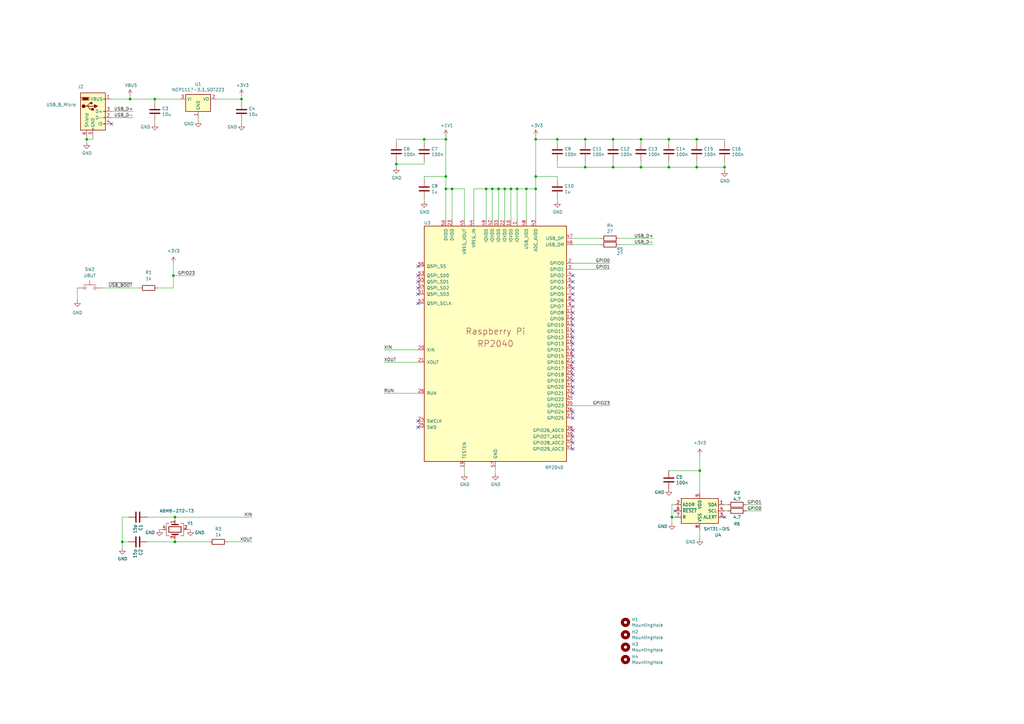
<source format=kicad_sch>
(kicad_sch (version 20231120) (generator "eeschema") (generator_version "8.0")
  (paper "A3")
  (lib_symbols
    (symbol "+3V3_1" (power) (pin_numbers hide) (pin_names (offset 0) hide)
      (property "Value" "+3V3" (at 0 3.556 0))
      (symbol "+3V3_1_0_1"
        (polyline (pts (xy -0.762 1.27) (xy 0 2.54)))
        (polyline (pts (xy 0 0) (xy 0 2.54)))
        (polyline (pts (xy 0 2.54) (xy 0.762 1.27)))
      )
      (symbol "+3V3_1_1_1"
        (pin power_in line (at 0 0 90) (length 0) (name "~") (number "1"))
      )
    )
    (symbol "+3V3_2" (power) (pin_numbers hide) (pin_names (offset 0) hide)
      (property "Value" "+3V3" (at 0 3.556 0))
      (symbol "+3V3_2_0_1"
        (polyline (pts (xy -0.762 1.27) (xy 0 2.54)))
        (polyline (pts (xy 0 0) (xy 0 2.54)))
        (polyline (pts (xy 0 2.54) (xy 0.762 1.27)))
      )
      (symbol "+3V3_2_1_1"
        (pin power_in line (at 0 0 90) (length 0) (name "~") (number "1"))
      )
    )
    (symbol "Connector:USB_B_Micro" (pin_names (offset 1.016))
      (property "Reference" "J" (at -5.08 11.43 0))
      (property "Value" "USB_B_Micro" (at -5.08 8.89 0))
      (symbol "USB_B_Micro_0_1"
        (rectangle (start -5.08 -7.62) (end 5.08 7.62) (stroke (width 0.254)) (fill (type background)))
        (circle (center -3.81 2.159) (radius 0.635) (stroke (width 0.254)) (fill (type outline)))
        (circle (center -0.635 3.429) (radius 0.381) (stroke (width 0.254)) (fill (type outline)))
        (rectangle (start -0.127 -7.62) (end 0.127 -6.858))
        (polyline (pts (xy -1.905 2.159) (xy 0.635 2.159)) (stroke (width 0.254)))
        (polyline (pts (xy -3.175 2.159) (xy -2.54 2.159) (xy -1.27 3.429) (xy -0.635 3.429)) (stroke (width 0.254)))
        (polyline (pts (xy -2.54 2.159) (xy -1.905 2.159) (xy -1.27 0.889) (xy 0 0.889)) (stroke (width 0.254)))
        (polyline (pts (xy 0.635 2.794) (xy 0.635 1.524) (xy 1.905 2.159) (xy 0.635 2.794)) (stroke (width 0.254)) (fill (type outline)))
        (polyline (pts (xy -4.318 5.588) (xy -1.778 5.588) (xy -2.032 4.826) (xy -4.064 4.826) (xy -4.318 5.588)) (fill (type outline)))
        (polyline (pts (xy -4.699 5.842) (xy -4.699 5.588) (xy -4.445 4.826) (xy -4.445 4.572) (xy -1.651 4.572) (xy -1.651 4.826) (xy -1.397 5.588) (xy -1.397 5.842) (xy -4.699 5.842)))
        (rectangle (start 0.254 1.27) (end -0.508 0.508) (stroke (width 0.254)) (fill (type outline)))
        (rectangle (start 5.08 -5.207) (end 4.318 -4.953))
        (rectangle (start 5.08 -2.667) (end 4.318 -2.413))
        (rectangle (start 5.08 -0.127) (end 4.318 0.127))
        (rectangle (start 5.08 4.953) (end 4.318 5.207))
      )
      (symbol "USB_B_Micro_1_1"
        (pin power_out line (at 7.62 5.08 180) (length 2.54) (name "VBUS") (number "1"))
        (pin bidirectional line (at 7.62 -2.54 180) (length 2.54) (name "D-") (number "2"))
        (pin bidirectional line (at 7.62 0 180) (length 2.54) (name "D+") (number "3"))
        (pin passive line (at 7.62 -5.08 180) (length 2.54) (name "ID") (number "4"))
        (pin power_out line (at 0 -10.16 90) (length 2.54) (name "GND") (number "5"))
        (pin passive line (at -2.54 -10.16 90) (length 2.54) (name "Shield") (number "6"))
      )
    )
    (symbol "Device:C" (pin_numbers hide) (pin_names (offset 0.254))
      (property "Reference" "C" (at 0.635 2.54 0))
      (property "Value" "C" (at 0.635 -2.54 0))
      (symbol "C_0_1"
        (polyline (pts (xy -2.032 -0.762) (xy 2.032 -0.762)) (stroke (width 0.508)))
        (polyline (pts (xy -2.032 0.762) (xy 2.032 0.762)) (stroke (width 0.508)))
      )
      (symbol "C_1_1"
        (pin passive line (at 0 3.81 270) (length 2.794) (name "~") (number "1"))
        (pin passive line (at 0 -3.81 90) (length 2.794) (name "~") (number "2"))
      )
    )
    (symbol "Device:Crystal_GND24" (pin_names (offset 1.016) hide)
      (property "Reference" "Y" (at 3.175 5.08 0))
      (property "Value" "Crystal_GND24" (at 3.175 3.175 0))
      (symbol "Crystal_GND24_0_1"
        (rectangle (start -1.143 2.54) (end 1.143 -2.54) (stroke (width 0.3048)))
        (polyline (pts (xy -2.54 0) (xy -2.032 0)))
        (polyline (pts (xy -2.032 -1.27) (xy -2.032 1.27)) (stroke (width 0.508)))
        (polyline (pts (xy 0 -3.81) (xy 0 -3.556)))
        (polyline (pts (xy 0 3.556) (xy 0 3.81)))
        (polyline (pts (xy 2.032 -1.27) (xy 2.032 1.27)) (stroke (width 0.508)))
        (polyline (pts (xy 2.032 0) (xy 2.54 0)))
        (polyline (pts (xy -2.54 -2.286) (xy -2.54 -3.556) (xy 2.54 -3.556) (xy 2.54 -2.286)))
        (polyline (pts (xy -2.54 2.286) (xy -2.54 3.556) (xy 2.54 3.556) (xy 2.54 2.286)))
      )
      (symbol "Crystal_GND24_1_1"
        (pin passive line (at -3.81 0 0) (length 1.27) (name "1") (number "1"))
        (pin passive line (at 0 5.08 270) (length 1.27) (name "2") (number "2"))
        (pin passive line (at 3.81 0 180) (length 1.27) (name "3") (number "3"))
        (pin passive line (at 0 -5.08 90) (length 1.27) (name "4") (number "4"))
      )
    )
    (symbol "Device:R" (pin_numbers hide) (pin_names (offset 0))
      (property "Reference" "R" (at 2.032 0 90))
      (property "Value" "R" (at 0 0 90))
      (symbol "R_0_1"
        (rectangle (start -1.016 -2.54) (end 1.016 2.54) (stroke (width 0.254)))
      )
      (symbol "R_1_1"
        (pin passive line (at 0 3.81 270) (length 1.27) (name "~") (number "1"))
        (pin passive line (at 0 -3.81 90) (length 1.27) (name "~") (number "2"))
      )
    )
    (symbol "GND_1" (power) (pin_numbers hide) (pin_names (offset 0) hide)
      (property "Value" "GND" (at 0 -3.81 0))
      (symbol "GND_1_0_1"
        (polyline (pts (xy 0 0) (xy 0 -1.27) (xy 1.27 -1.27) (xy 0 -2.54) (xy -1.27 -1.27) (xy 0 -1.27)))
      )
      (symbol "GND_1_1_1"
        (pin power_in line (at 0 0 270) (length 0) (name "~") (number "1"))
      )
    )
    (symbol "MCU_RaspberryPi_RP2040:RP2040" (pin_names (offset 1.016))
      (property "Reference" "U" (at -29.21 49.53 0))
      (property "Value" "RP2040" (at 24.13 -49.53 0))
      (symbol "RP2040_0_0"
        (text "Raspberry Pi" (at 0 5.08 0) (effects (font (size 2.54 2.54))))
        (text "RP2040" (at 0 0 0) (effects (font (size 2.54 2.54))))
      )
      (symbol "RP2040_0_1"
        (rectangle (start 29.21 48.26) (end -29.21 -48.26) (stroke (width 0.254)) (fill (type background)))
      )
      (symbol "RP2040_1_1"
        (pin power_in line (at 8.89 50.8 270) (length 2.54) (name "IOVDD") (number "1"))
        (pin power_in line (at 6.35 50.8 270) (length 2.54) (name "IOVDD") (number "10"))
        (pin bidirectional line (at 31.75 12.7 180) (length 2.54) (name "GPIO8") (number "11"))
        (pin bidirectional line (at 31.75 10.16 180) (length 2.54) (name "GPIO9") (number "12"))
        (pin bidirectional line (at 31.75 7.62 180) (length 2.54) (name "GPIO10") (number "13"))
        (pin bidirectional line (at 31.75 5.08 180) (length 2.54) (name "GPIO11") (number "14"))
        (pin bidirectional line (at 31.75 2.54 180) (length 2.54) (name "GPIO12") (number "15"))
        (pin bidirectional line (at 31.75 0 180) (length 2.54) (name "GPIO13") (number "16"))
        (pin bidirectional line (at 31.75 -2.54 180) (length 2.54) (name "GPIO14") (number "17"))
        (pin bidirectional line (at 31.75 -5.08 180) (length 2.54) (name "GPIO15") (number "18"))
        (pin passive line (at -12.7 -50.8 90) (length 2.54) (name "TESTEN") (number "19"))
        (pin bidirectional line (at 31.75 33.02 180) (length 2.54) (name "GPIO0") (number "2"))
        (pin input line (at -31.75 -2.54 0) (length 2.54) (name "XIN") (number "20"))
        (pin passive line (at -31.75 -7.62 0) (length 2.54) (name "XOUT") (number "21"))
        (pin power_in line (at 3.81 50.8 270) (length 2.54) (name "IOVDD") (number "22"))
        (pin power_in line (at -17.78 50.8 270) (length 2.54) (name "DVDD") (number "23"))
        (pin output line (at -31.75 -31.75 0) (length 2.54) (name "SWCLK") (number "24"))
        (pin bidirectional line (at -31.75 -34.29 0) (length 2.54) (name "SWD") (number "25"))
        (pin input line (at -31.75 -20.32 0) (length 2.54) (name "RUN") (number "26"))
        (pin bidirectional line (at 31.75 -7.62 180) (length 2.54) (name "GPIO16") (number "27"))
        (pin bidirectional line (at 31.75 -10.16 180) (length 2.54) (name "GPIO17") (number "28"))
        (pin bidirectional line (at 31.75 -12.7 180) (length 2.54) (name "GPIO18") (number "29"))
        (pin bidirectional line (at 31.75 30.48 180) (length 2.54) (name "GPIO1") (number "3"))
        (pin bidirectional line (at 31.75 -15.24 180) (length 2.54) (name "GPIO19") (number "30"))
        (pin bidirectional line (at 31.75 -17.78 180) (length 2.54) (name "GPIO20") (number "31"))
        (pin bidirectional line (at 31.75 -20.32 180) (length 2.54) (name "GPIO21") (number "32"))
        (pin power_in line (at 1.27 50.8 270) (length 2.54) (name "IOVDD") (number "33"))
        (pin bidirectional line (at 31.75 -22.86 180) (length 2.54) (name "GPIO22") (number "34"))
        (pin bidirectional line (at 31.75 -25.4 180) (length 2.54) (name "GPIO23") (number "35"))
        (pin bidirectional line (at 31.75 -27.94 180) (length 2.54) (name "GPIO24") (number "36"))
        (pin bidirectional line (at 31.75 -30.48 180) (length 2.54) (name "GPIO25") (number "37"))
        (pin bidirectional line (at 31.75 -35.56 180) (length 2.54) (name "GPIO26_ADC0") (number "38"))
        (pin bidirectional line (at 31.75 -38.1 180) (length 2.54) (name "GPIO27_ADC1") (number "39"))
        (pin bidirectional line (at 31.75 27.94 180) (length 2.54) (name "GPIO2") (number "4"))
        (pin bidirectional line (at 31.75 -40.64 180) (length 2.54) (name "GPIO28_ADC2") (number "40"))
        (pin bidirectional line (at 31.75 -43.18 180) (length 2.54) (name "GPIO29_ADC3") (number "41"))
        (pin power_in line (at -1.27 50.8 270) (length 2.54) (name "IOVDD") (number "42"))
        (pin power_in line (at 16.51 50.8 270) (length 2.54) (name "ADC_AVDD") (number "43"))
        (pin power_in line (at -8.89 50.8 270) (length 2.54) (name "VREG_IN") (number "44"))
        (pin power_out line (at -12.7 50.8 270) (length 2.54) (name "VREG_VOUT") (number "45"))
        (pin bidirectional line (at 31.75 40.64 180) (length 2.54) (name "USB_DM") (number "46"))
        (pin bidirectional line (at 31.75 43.18 180) (length 2.54) (name "USB_DP") (number "47"))
        (pin power_in line (at 12.7 50.8 270) (length 2.54) (name "USB_VDD") (number "48"))
        (pin power_in line (at -3.81 50.8 270) (length 2.54) (name "IOVDD") (number "49"))
        (pin bidirectional line (at 31.75 25.4 180) (length 2.54) (name "GPIO3") (number "5"))
        (pin power_in line (at -20.32 50.8 270) (length 2.54) (name "DVDD") (number "50"))
        (pin bidirectional line (at -31.75 20.32 0) (length 2.54) (name "QSPI_SD3") (number "51"))
        (pin output line (at -31.75 16.51 0) (length 2.54) (name "QSPI_SCLK") (number "52"))
        (pin bidirectional line (at -31.75 27.94 0) (length 2.54) (name "QSPI_SD0") (number "53"))
        (pin bidirectional line (at -31.75 22.86 0) (length 2.54) (name "QSPI_SD2") (number "54"))
        (pin bidirectional line (at -31.75 25.4 0) (length 2.54) (name "QSPI_SD1") (number "55"))
        (pin bidirectional line (at -31.75 31.75 0) (length 2.54) (name "QSPI_SS") (number "56"))
        (pin power_in line (at 0 -50.8 90) (length 2.54) (name "GND") (number "57"))
        (pin bidirectional line (at 31.75 22.86 180) (length 2.54) (name "GPIO4") (number "6"))
        (pin bidirectional line (at 31.75 20.32 180) (length 2.54) (name "GPIO5") (number "7"))
        (pin bidirectional line (at 31.75 17.78 180) (length 2.54) (name "GPIO6") (number "8"))
        (pin bidirectional line (at 31.75 15.24 180) (length 2.54) (name "GPIO7") (number "9"))
      )
    )
    (symbol "Mechanical:MountingHole" (pin_names (offset 1.016))
      (property "Reference" "H" (at 0 5.08 0))
      (property "Value" "MountingHole" (at 0 3.175 0))
      (symbol "MountingHole_0_1"
        (circle (center 0 0) (radius 1.27) (stroke (width 1.27)))
      )
    )
    (symbol "Regulator_Linear:NCP1117-3.3_SOT223"
      (property "Reference" "U" (at -3.81 3.175 0))
      (property "Value" "NCP1117-3.3_SOT223" (at 0 3.175 0))
      (symbol "NCP1117-3.3_SOT223_0_1"
        (rectangle (start -5.08 -5.08) (end 5.08 1.905) (stroke (width 0.254)) (fill (type background)))
      )
      (symbol "NCP1117-3.3_SOT223_1_1"
        (pin power_in line (at 0 -7.62 90) (length 2.54) (name "GND") (number "1"))
        (pin power_out line (at 7.62 0 180) (length 2.54) (name "VO") (number "2"))
        (pin power_in line (at -7.62 0 0) (length 2.54) (name "VI") (number "3"))
      )
    )
    (symbol "Sensor_Humidity:SHT31-DIS"
      (property "Reference" "U" (at -6.35 6.35 0))
      (property "Value" "SHT31-DIS" (at 6.35 6.35 0))
      (symbol "SHT31-DIS_0_1"
        (rectangle (start -7.62 5.08) (end 7.62 -5.08) (stroke (width 0.254)) (fill (type background)))
      )
      (symbol "SHT31-DIS_1_1"
        (pin bidirectional line (at 10.16 2.54 180) (length 2.54) (name "SDA") (number "1"))
        (pin input line (at -10.16 2.54 0) (length 2.54) (name "ADDR") (number "2"))
        (pin output line (at 10.16 -2.54 180) (length 2.54) (name "ALERT") (number "3"))
        (pin input line (at 10.16 0 180) (length 2.54) (name "SCL") (number "4"))
        (pin power_in line (at 0 7.62 270) (length 2.54) (name "VDD") (number "5"))
        (pin input line (at -10.16 0 0) (length 2.54) (name "~{RESET}") (number "6"))
        (pin passive line (at -10.16 -2.54 0) (length 2.54) (name "R") (number "7"))
        (pin power_in line (at 0 -7.62 90) (length 2.54) (name "VSS") (number "8"))
        (pin passive line (at 0 -7.62 90) (length 2.54) hide (name "VSS") (number "9"))
      )
    )
    (symbol "Switch:SW_Push" (pin_numbers hide) (pin_names (offset 1.016) hide)
      (property "Reference" "SW" (at 1.27 2.54 0))
      (property "Value" "SW_Push" (at 0 -1.524 0))
      (symbol "SW_Push_0_1"
        (circle (center -2.032 0) (radius 0.508))
        (polyline (pts (xy 0 1.27) (xy 0 3.048)))
        (polyline (pts (xy 2.54 1.27) (xy -2.54 1.27)))
        (circle (center 2.032 0) (radius 0.508))
        (pin passive line (at -5.08 0 0) (length 2.54) (name "1") (number "1"))
        (pin passive line (at 5.08 0 180) (length 2.54) (name "2") (number "2"))
      )
    )
    (symbol "power:+1V1" (power) (pin_names (offset 0))
      (property "Value" "+1V1" (at 0 3.556 0))
      (symbol "+1V1_0_1"
        (polyline (pts (xy -0.762 1.27) (xy 0 2.54)))
        (polyline (pts (xy 0 0) (xy 0 2.54)))
        (polyline (pts (xy 0 2.54) (xy 0.762 1.27)))
      )
      (symbol "+1V1_1_1"
        (pin power_in line (at 0 0 90) (length 0) hide (name "+1V1") (number "1"))
      )
    )
    (symbol "power:+3V3" (power) (pin_names (offset 0))
      (property "Value" "+3V3" (at 0 3.556 0))
      (symbol "+3V3_0_1"
        (polyline (pts (xy -0.762 1.27) (xy 0 2.54)))
        (polyline (pts (xy 0 0) (xy 0 2.54)))
        (polyline (pts (xy 0 2.54) (xy 0.762 1.27)))
      )
      (symbol "+3V3_1_1"
        (pin power_in line (at 0 0 90) (length 0) hide (name "+3V3") (number "1"))
      )
    )
    (symbol "power:GND" (power) (pin_names (offset 0))
      (property "Value" "GND" (at 0 -3.81 0))
      (symbol "GND_0_1"
        (polyline (pts (xy 0 0) (xy 0 -1.27) (xy 1.27 -1.27) (xy 0 -2.54) (xy -1.27 -1.27) (xy 0 -1.27)))
      )
      (symbol "GND_1_1"
        (pin power_in line (at 0 0 270) (length 0) hide (name "GND") (number "1"))
      )
    )
    (symbol "power:VBUS" (power) (pin_names (offset 0))
      (property "Value" "VBUS" (at 0 3.81 0))
      (symbol "VBUS_0_1"
        (polyline (pts (xy -0.762 1.27) (xy 0 2.54)))
        (polyline (pts (xy 0 0) (xy 0 2.54)))
        (polyline (pts (xy 0 2.54) (xy 0.762 1.27)))
      )
      (symbol "VBUS_1_1"
        (pin power_in line (at 0 0 90) (length 0) hide (name "VBUS") (number "1"))
      )
    )
  )
  (junction (at 162.56 67.31))
  (junction (at 219.71 57.15))
  (junction (at 262.89 57.15))
  (junction (at 207.01 77.47))
  (junction (at 209.55 77.47))
  (junction (at 50.165 222.25))
  (junction (at 240.03 68.58))
  (junction (at 99.06 40.64))
  (junction (at 182.88 57.15))
  (junction (at 71.755 222.25))
  (junction (at 63.5 40.64))
  (junction (at 285.75 68.58))
  (junction (at 182.88 72.39))
  (junction (at 275.59 212.09))
  (junction (at 185.42 77.47))
  (junction (at 274.32 68.58))
  (junction (at 287.02 193.04))
  (junction (at 212.09 77.47))
  (junction (at 219.71 77.47))
  (junction (at 35.56 57.15))
  (junction (at 274.32 57.15))
  (junction (at 71.755 212.09))
  (junction (at 182.88 77.47))
  (junction (at 285.75 57.15))
  (junction (at 215.9 77.47))
  (junction (at 297.18 68.58))
  (junction (at 251.46 68.58))
  (junction (at 251.46 57.15))
  (junction (at 71.12 113.03))
  (junction (at 262.89 68.58))
  (junction (at 204.47 77.47))
  (junction (at 173.99 57.15))
  (junction (at 240.03 57.15))
  (junction (at 199.39 77.47))
  (junction (at 53.34 40.64))
  (junction (at 219.71 72.39))
  (junction (at 228.6 57.15))
  (junction (at 201.93 77.47))
  (no_connect (at 171.45 115.57))
  (no_connect (at 45.72 50.8))
  (no_connect (at 234.95 168.91))
  (no_connect (at 234.95 123.19))
  (no_connect (at 234.95 181.61))
  (no_connect (at 234.95 161.29))
  (no_connect (at 234.95 151.13))
  (no_connect (at 171.45 120.65))
  (no_connect (at 234.95 184.15))
  (no_connect (at 171.45 118.11))
  (no_connect (at 297.18 212.09))
  (no_connect (at 234.95 120.65))
  (no_connect (at 234.95 133.35))
  (no_connect (at 234.95 113.03))
  (no_connect (at 234.95 115.57))
  (no_connect (at 276.86 209.55))
  (no_connect (at 234.95 171.45))
  (no_connect (at 234.95 156.21))
  (no_connect (at 234.95 130.81))
  (no_connect (at 234.95 176.53))
  (no_connect (at 234.95 118.11))
  (no_connect (at 234.95 140.97))
  (no_connect (at 234.95 179.07))
  (no_connect (at 234.95 146.05))
  (no_connect (at 171.45 109.22))
  (no_connect (at 234.95 158.75))
  (no_connect (at 234.95 138.43))
  (no_connect (at 234.95 135.89))
  (no_connect (at 171.45 124.46))
  (no_connect (at 234.95 143.51))
  (no_connect (at 234.95 128.27))
  (no_connect (at 171.45 113.03))
  (no_connect (at 171.45 175.26))
  (no_connect (at 234.95 125.73))
  (no_connect (at 171.45 172.72))
  (no_connect (at 234.95 153.67))
  (no_connect (at 234.95 148.59))
  (wire (pts (xy 297.18 66.04) (xy 297.18 68.58)))
  (wire (pts (xy 71.12 113.03) (xy 80.01 113.03)))
  (wire (pts (xy 71.12 118.11) (xy 71.12 113.03)))
  (wire (pts (xy 76.835 217.17) (xy 78.105 217.17)))
  (wire (pts (xy 53.34 40.64) (xy 63.5 40.64)))
  (wire (pts (xy 219.71 57.15) (xy 228.6 57.15)))
  (wire (pts (xy 52.705 212.09) (xy 50.165 212.09)))
  (wire (pts (xy 228.6 58.42) (xy 228.6 57.15)))
  (wire (pts (xy 209.55 77.47) (xy 212.09 77.47)))
  (wire (pts (xy 162.56 57.15) (xy 173.99 57.15)))
  (wire (pts (xy 228.6 73.66) (xy 228.6 72.39)))
  (wire (pts (xy 45.72 48.26) (xy 54.61 48.26)))
  (wire (pts (xy 297.18 207.01) (xy 298.45 207.01)))
  (wire (pts (xy 228.6 66.04) (xy 228.6 68.58)))
  (wire (pts (xy 274.32 58.42) (xy 274.32 57.15)))
  (wire (pts (xy 63.5 41.91) (xy 63.5 40.64)))
  (wire (pts (xy 297.18 209.55) (xy 298.45 209.55)))
  (wire (pts (xy 262.89 66.04) (xy 262.89 68.58)))
  (wire (pts (xy 276.86 207.01) (xy 275.59 207.01)))
  (wire (pts (xy 203.2 191.77) (xy 203.2 194.31)))
  (wire (pts (xy 64.77 118.11) (xy 71.12 118.11)))
  (wire (pts (xy 274.32 57.15) (xy 285.75 57.15)))
  (wire (pts (xy 194.31 90.17) (xy 194.31 77.47)))
  (wire (pts (xy 162.56 67.31) (xy 173.99 67.31)))
  (wire (pts (xy 45.72 40.64) (xy 53.34 40.64)))
  (wire (pts (xy 71.755 222.25) (xy 85.725 222.25)))
  (wire (pts (xy 285.75 66.04) (xy 285.75 68.58)))
  (wire (pts (xy 251.46 57.15) (xy 262.89 57.15)))
  (wire (pts (xy 274.32 68.58) (xy 262.89 68.58)))
  (wire (pts (xy 190.5 191.77) (xy 190.5 194.31)))
  (wire (pts (xy 182.88 77.47) (xy 182.88 90.17)))
  (wire (pts (xy 173.99 81.28) (xy 173.99 82.55)))
  (wire (pts (xy 71.12 113.03) (xy 71.12 107.95)))
  (wire (pts (xy 162.56 67.31) (xy 162.56 68.58)))
  (wire (pts (xy 201.93 90.17) (xy 201.93 77.47)))
  (wire (pts (xy 251.46 58.42) (xy 251.46 57.15)))
  (wire (pts (xy 185.42 77.47) (xy 182.88 77.47)))
  (wire (pts (xy 45.72 45.72) (xy 54.61 45.72)))
  (wire (pts (xy 162.56 66.04) (xy 162.56 67.31)))
  (wire (pts (xy 190.5 77.47) (xy 185.42 77.47)))
  (wire (pts (xy 274.32 193.04) (xy 287.02 193.04)))
  (wire (pts (xy 254 100.33) (xy 267.97 100.33)))
  (wire (pts (xy 215.9 77.47) (xy 219.71 77.47)))
  (wire (pts (xy 219.71 77.47) (xy 219.71 90.17)))
  (wire (pts (xy 38.1 55.88) (xy 38.1 57.15)))
  (wire (pts (xy 52.705 222.25) (xy 50.165 222.25)))
  (wire (pts (xy 306.07 209.55) (xy 312.42 209.55)))
  (wire (pts (xy 254 97.79) (xy 267.97 97.79)))
  (wire (pts (xy 287.02 193.04) (xy 287.02 201.93)))
  (wire (pts (xy 38.1 57.15) (xy 35.56 57.15)))
  (wire (pts (xy 60.325 212.09) (xy 71.755 212.09)))
  (wire (pts (xy 219.71 57.15) (xy 219.71 72.39)))
  (wire (pts (xy 240.03 68.58) (xy 228.6 68.58)))
  (wire (pts (xy 262.89 58.42) (xy 262.89 57.15)))
  (wire (pts (xy 185.42 90.17) (xy 185.42 77.47)))
  (wire (pts (xy 50.165 222.25) (xy 50.165 224.79)))
  (wire (pts (xy 207.01 90.17) (xy 207.01 77.47)))
  (wire (pts (xy 182.88 72.39) (xy 182.88 77.47)))
  (wire (pts (xy 240.03 66.04) (xy 240.03 68.58)))
  (wire (pts (xy 240.03 58.42) (xy 240.03 57.15)))
  (wire (pts (xy 99.06 41.91) (xy 99.06 40.64)))
  (wire (pts (xy 234.95 97.79) (xy 246.38 97.79)))
  (wire (pts (xy 215.9 90.17) (xy 215.9 77.47)))
  (wire (pts (xy 173.99 57.15) (xy 182.88 57.15)))
  (wire (pts (xy 228.6 81.28) (xy 228.6 82.55)))
  (wire (pts (xy 234.95 166.37) (xy 250.19 166.37)))
  (wire (pts (xy 173.99 67.31) (xy 173.99 66.04)))
  (wire (pts (xy 262.89 68.58) (xy 251.46 68.58)))
  (wire (pts (xy 199.39 77.47) (xy 201.93 77.47)))
  (wire (pts (xy 63.5 49.53) (xy 63.5 50.8)))
  (wire (pts (xy 204.47 90.17) (xy 204.47 77.47)))
  (wire (pts (xy 275.59 207.01) (xy 275.59 212.09)))
  (wire (pts (xy 228.6 57.15) (xy 240.03 57.15)))
  (wire (pts (xy 71.755 213.36) (xy 71.755 212.09)))
  (wire (pts (xy 306.07 207.01) (xy 312.42 207.01)))
  (wire (pts (xy 194.31 77.47) (xy 199.39 77.47)))
  (wire (pts (xy 99.06 49.53) (xy 99.06 50.8)))
  (wire (pts (xy 41.91 118.11) (xy 57.15 118.11)))
  (wire (pts (xy 53.34 39.37) (xy 53.34 40.64)))
  (wire (pts (xy 275.59 212.09) (xy 275.59 214.63)))
  (wire (pts (xy 60.325 222.25) (xy 71.755 222.25)))
  (wire (pts (xy 251.46 66.04) (xy 251.46 68.58)))
  (wire (pts (xy 171.45 161.29) (xy 157.48 161.29)))
  (wire (pts (xy 190.5 90.17) (xy 190.5 77.47)))
  (wire (pts (xy 219.71 55.88) (xy 219.71 57.15)))
  (wire (pts (xy 287.02 217.17) (xy 287.02 220.98)))
  (wire (pts (xy 285.75 68.58) (xy 297.18 68.58)))
  (wire (pts (xy 31.75 118.11) (xy 31.75 123.19)))
  (wire (pts (xy 182.88 55.88) (xy 182.88 57.15)))
  (wire (pts (xy 297.18 68.58) (xy 297.18 69.85)))
  (wire (pts (xy 209.55 90.17) (xy 209.55 77.47)))
  (wire (pts (xy 99.06 40.64) (xy 99.06 39.37)))
  (wire (pts (xy 81.28 48.26) (xy 81.28 49.53)))
  (wire (pts (xy 182.88 57.15) (xy 182.88 72.39)))
  (wire (pts (xy 262.89 57.15) (xy 274.32 57.15)))
  (wire (pts (xy 173.99 73.66) (xy 173.99 72.39)))
  (wire (pts (xy 285.75 57.15) (xy 297.18 57.15)))
  (wire (pts (xy 157.48 143.51) (xy 171.45 143.51)))
  (wire (pts (xy 207.01 77.47) (xy 209.55 77.47)))
  (wire (pts (xy 199.39 90.17) (xy 199.39 77.47)))
  (wire (pts (xy 234.95 100.33) (xy 246.38 100.33)))
  (wire (pts (xy 285.75 68.58) (xy 274.32 68.58)))
  (wire (pts (xy 35.56 57.15) (xy 35.56 58.42)))
  (wire (pts (xy 173.99 72.39) (xy 182.88 72.39)))
  (wire (pts (xy 212.09 77.47) (xy 215.9 77.47)))
  (wire (pts (xy 285.75 58.42) (xy 285.75 57.15)))
  (wire (pts (xy 287.02 186.69) (xy 287.02 193.04)))
  (wire (pts (xy 212.09 77.47) (xy 212.09 90.17)))
  (wire (pts (xy 204.47 77.47) (xy 207.01 77.47)))
  (wire (pts (xy 219.71 72.39) (xy 228.6 72.39)))
  (wire (pts (xy 71.755 212.09) (xy 103.505 212.09)))
  (wire (pts (xy 65.405 217.17) (xy 66.675 217.17)))
  (wire (pts (xy 240.03 57.15) (xy 251.46 57.15)))
  (wire (pts (xy 93.345 222.25) (xy 103.505 222.25)))
  (wire (pts (xy 234.95 107.95) (xy 250.19 107.95)))
  (wire (pts (xy 73.66 40.64) (xy 63.5 40.64)))
  (wire (pts (xy 219.71 72.39) (xy 219.71 77.47)))
  (wire (pts (xy 173.99 58.42) (xy 173.99 57.15)))
  (wire (pts (xy 71.755 220.98) (xy 71.755 222.25)))
  (wire (pts (xy 171.45 148.59) (xy 157.48 148.59)))
  (wire (pts (xy 275.59 212.09) (xy 276.86 212.09)))
  (wire (pts (xy 88.9 40.64) (xy 99.06 40.64)))
  (wire (pts (xy 274.32 66.04) (xy 274.32 68.58)))
  (wire (pts (xy 234.95 110.49) (xy 250.19 110.49)))
  (wire (pts (xy 162.56 58.42) (xy 162.56 57.15)))
  (wire (pts (xy 35.56 55.88) (xy 35.56 57.15)))
  (wire (pts (xy 50.165 212.09) (xy 50.165 222.25)))
  (wire (pts (xy 251.46 68.58) (xy 240.03 68.58)))
  (wire (pts (xy 297.18 58.42) (xy 297.18 57.15)))
  (wire (pts (xy 201.93 77.47) (xy 204.47 77.47)))
  (label "XOUT" (at 103.505 222.25 180))
  (label "XIN" (at 157.48 143.51 0))
  (label "GPIO0" (at 312.42 209.55 180))
  (label "GPIO1" (at 312.42 207.01 180))
  (label "USB_D-" (at 267.97 100.33 180))
  (label "XIN" (at 103.505 212.09 180))
  (label "GPIO1" (at 250.19 110.49 180))
  (label "GPIO23" (at 80.01 113.03 180))
  (label "RUN" (at 157.48 161.29 0))
  (label "GPIO0" (at 250.19 107.95 180))
  (label "USB_D-" (at 54.61 48.26 180))
  (label "USB_D+" (at 54.61 45.72 180))
  (label "USB_D+" (at 267.97 97.79 180))
  (label "GPIO23" (at 250.19 166.37 180))
  (label "~{USB_BOOT}" (at 44.45 118.11 0))
  (label "XOUT" (at 157.48 148.59 0))
  (symbol (lib_id "power:GND") (at 35.56 58.42 0) (unit 1)
    (property "Reference" "#PWR01" (effects (hide yes)))
    (property "Value" "GND" (at 35.687 62.8142 0))
  )
  (symbol (lib_id "Device:R") (at 302.26 209.55 270) (unit 1)
    (property "Reference" "R6" (at 302.26 214.884 90))
    (property "Value" "4.7" (at 302.26 212.09 90))
    (property "Footprint" "Resistor_SMD:R_0402_1005Metric" (effects (hide yes)))
    (property "Description" "Resistor" (effects (hide yes)))
  )
  (symbol (lib_id "Device:C") (at 63.5 45.72 0) (unit 1)
    (property "Reference" "C3" (at 66.421 44.5516 0) (effects (justify left)))
    (property "Value" "10u" (at 66.421 46.863 0) (effects (justify left)))
    (property "Footprint" "Capacitor_SMD:C_0805_2012Metric" (effects (hide yes)))
  )
  (symbol (lib_id "Device:Crystal_GND24") (at 71.755 217.17 270) (unit 1)
    (property "Reference" "Y1" (at 76.835 214.63 90) (effects (justify left)))
    (property "Value" "ABM8-272-T3" (at 65.405 209.55 90) (effects (justify left)))
    (property "Footprint" "Crystal:Crystal_SMD_3225-4Pin_3.2x2.5mm" (effects (hide yes)))
  )
  (symbol (lib_id "power:GND") (at 99.06 50.8 0) (unit 1)
    (property "Reference" "#PWR010" (effects (hide yes)))
    (property "Value" "GND" (at 95.25 52.07 0))
  )
  (symbol (lib_id "power:GND") (at 190.5 194.31 0) (unit 1)
    (property "Reference" "#PWR017" (effects (hide yes)))
    (property "Value" "GND" (at 190.627 198.7042 0))
  )
  (symbol (lib_id "Regulator_Linear:NCP1117-3.3_SOT223") (at 81.28 40.64 0) (unit 1)
    (property "Reference" "U1" (at 81.28 34.4932 0))
    (property "Value" "NCP1117-3.3_SOT223" (at 81.28 36.8046 0))
    (property "Footprint" "Package_TO_SOT_SMD:SOT-223-3_TabPin2" (effects (hide yes)))
    (property "Datasheet" "http://www.onsemi.com/pub_link/Collateral/NCP1117-D.PDF" (effects (hide yes)))
  )
  (symbol (lib_id "Device:R") (at 89.535 222.25 270) (unit 1)
    (property "Reference" "R3" (at 89.535 216.9922 90))
    (property "Value" "1k" (at 89.535 219.3036 90))
    (property "Footprint" "Resistor_SMD:R_0402_1005Metric" (effects (hide yes)))
  )
  (symbol (lib_id "power:GND") (at 274.32 200.66 0) (unit 1)
    (property "Reference" "#PWR029" (effects (hide yes)))
    (property "Value" "GND" (at 270.51 201.93 0))
  )
  (symbol (lib_id "Device:C") (at 285.75 62.23 0) (unit 1)
    (property "Reference" "C15" (at 288.671 61.0616 0) (effects (justify left)))
    (property "Value" "100n" (at 288.671 63.373 0) (effects (justify left)))
    (property "Footprint" "Capacitor_SMD:C_0402_1005Metric" (effects (hide yes)))
  )
  (symbol (lib_id "Device:C") (at 56.515 212.09 270) (unit 1)
    (property "Reference" "C1" (at 57.6834 215.011 0) (effects (justify left)))
    (property "Value" "15p" (at 55.372 215.011 0) (effects (justify left)))
    (property "Footprint" "Capacitor_SMD:C_0402_1005Metric" (effects (hide yes)))
  )
  (symbol (lib_id "Device:C") (at 297.18 62.23 0) (unit 1)
    (property "Reference" "C16" (at 300.101 61.0616 0) (effects (justify left)))
    (property "Value" "100n" (at 300.101 63.373 0) (effects (justify left)))
    (property "Footprint" "Capacitor_SMD:C_0402_1005Metric" (effects (hide yes)))
  )
  (symbol (lib_id "Device:R") (at 250.19 100.33 270) (unit 1)
    (property "Reference" "R5" (at 254.254 102.108 90))
    (property "Value" "27" (at 254.254 103.886 90))
    (property "Footprint" "Resistor_SMD:R_0402_1005Metric" (effects (hide yes)))
  )
  (symbol (lib_id "power:GND") (at 297.18 69.85 0) (unit 1)
    (property "Reference" "#PWR021" (effects (hide yes)))
    (property "Value" "GND" (at 297.307 74.2442 0))
  )
  (symbol (lib_id "Mechanical:MountingHole") (at 256.54 265.43 0) (unit 1)
    (property "Reference" "H3" (at 259.08 264.2616 0) (effects (justify left)))
    (property "Value" "MountingHole" (at 259.08 266.573 0) (effects (justify left)))
    (property "Footprint" "MountingHole:MountingHole_2.7mm_M2.5" (effects (hide yes)))
  )
  (symbol (lib_id "power:VBUS") (at 53.34 39.37 0) (unit 1)
    (property "Reference" "#PWR04" (effects (hide yes)))
    (property "Value" "VBUS" (at 53.721 34.9758 0))
  )
  (symbol (lib_id "Device:C") (at 99.06 45.72 0) (unit 1)
    (property "Reference" "C4" (at 101.981 44.5516 0) (effects (justify left)))
    (property "Value" "10u" (at 101.981 46.863 0) (effects (justify left)))
    (property "Footprint" "Capacitor_SMD:C_0805_2012Metric" (effects (hide yes)))
  )
  (symbol (lib_id "MCU_RaspberryPi_RP2040:RP2040") (at 203.2 140.97 0) (unit 1)
    (property "Reference" "U3" (at 175.26 91.44 0))
    (property "Value" "RP2040" (at 227.33 191.77 0))
    (property "Footprint" "RP2040:RP2040-QFN-56" (effects (hide yes)))
  )
  (symbol (lib_id "power:GND") (at 275.59 214.63 0) (unit 1)
    (property "Reference" "#PWR030" (effects (hide yes)))
    (property "Value" "GND" (at 271.78 215.9 0))
  )
  (symbol (lib_id "Device:C") (at 56.515 222.25 270) (unit 1)
    (property "Reference" "C2" (at 57.6834 225.171 0) (effects (justify left)))
    (property "Value" "15p" (at 55.372 225.171 0) (effects (justify left)))
    (property "Footprint" "Capacitor_SMD:C_0402_1005Metric" (effects (hide yes)))
  )
  (symbol (lib_id "Mechanical:MountingHole") (at 256.54 255.27 0) (unit 1)
    (property "Reference" "H1" (at 259.08 254.1016 0) (effects (justify left)))
    (property "Value" "MountingHole" (at 259.08 256.413 0) (effects (justify left)))
    (property "Footprint" "MountingHole:MountingHole_2.7mm_M2.5" (effects (hide yes)))
  )
  (symbol (lib_id "power:GND") (at 81.28 49.53 0) (unit 1)
    (property "Reference" "#PWR08" (effects (hide yes)))
    (property "Value" "GND" (at 77.47 50.8 0))
  )
  (symbol (lib_id "power:+3V3") (at 99.06 39.37 0) (unit 1)
    (property "Reference" "#PWR09" (effects (hide yes)))
    (property "Value" "+3V3" (at 99.441 34.9758 0))
  )
  (symbol (lib_name "GND_1") (lib_id "power:GND") (at 31.75 123.19 0) (unit 1)
    (property "Reference" "#PWR02" (effects (hide yes)))
    (property "Value" "GND" (at 31.75 128.27 0))
    (property "Description" "Power symbol creates a global label with name \"GND\" , ground" (effects (hide yes)))
  )
  (symbol (lib_id "Device:C") (at 251.46 62.23 0) (unit 1)
    (property "Reference" "C12" (at 254.381 61.0616 0) (effects (justify left)))
    (property "Value" "100n" (at 254.381 63.373 0) (effects (justify left)))
    (property "Footprint" "Capacitor_SMD:C_0402_1005Metric" (effects (hide yes)))
  )
  (symbol (lib_id "Device:R") (at 60.96 118.11 270) (unit 1)
    (property "Reference" "R1" (at 60.96 111.76 90))
    (property "Value" "1k" (at 60.96 114.3 90))
    (property "Footprint" "Resistor_SMD:R_0402_1005Metric" (effects (hide yes)))
    (property "Description" "Resistor" (effects (hide yes)))
  )
  (symbol (lib_id "Device:C") (at 173.99 62.23 0) (unit 1)
    (property "Reference" "C7" (at 176.911 61.0616 0) (effects (justify left)))
    (property "Value" "100n" (at 176.911 63.373 0) (effects (justify left)))
    (property "Footprint" "Capacitor_SMD:C_0402_1005Metric" (effects (hide yes)))
  )
  (symbol (lib_id "power:+3V3") (at 219.71 55.88 0) (unit 1)
    (property "Reference" "#PWR019" (effects (hide yes)))
    (property "Value" "+3V3" (at 220.091 51.4858 0))
  )
  (symbol (lib_name "+3V3_2") (lib_id "power:+3V3") (at 287.02 186.69 0) (unit 1)
    (property "Reference" "#PWR012" (effects (hide yes)))
    (property "Value" "+3V3" (at 287.02 181.61 0))
    (property "Description" "Power symbol creates a global label with name \"+3V3\"" (effects (hide yes)))
  )
  (symbol (lib_id "Device:R") (at 302.26 207.01 270) (unit 1)
    (property "Reference" "R2" (at 302.26 202.184 90))
    (property "Value" "4.7" (at 302.26 204.724 90))
    (property "Footprint" "Resistor_SMD:R_0402_1005Metric" (effects (hide yes)))
    (property "Description" "Resistor" (effects (hide yes)))
  )
  (symbol (lib_id "power:GND") (at 50.165 224.79 0) (unit 1)
    (property "Reference" "#PWR03" (effects (hide yes)))
    (property "Value" "GND" (at 50.292 229.1842 0))
  )
  (symbol (lib_id "Switch:SW_Push") (at 36.83 118.11 0) (unit 1)
    (property "Reference" "SW2" (at 36.83 110.49 0))
    (property "Value" "UBUT" (at 36.83 113.03 0))
    (property "Footprint" "Button_Switch_SMD:SW_Push_1P1T_NO_6x6mm_H9.5mm" (effects (hide yes)))
    (property "Description" "Push button switch, generic, two pins" (effects (hide yes)))
  )
  (symbol (lib_id "Device:C") (at 274.32 62.23 0) (unit 1)
    (property "Reference" "C14" (at 277.241 61.0616 0) (effects (justify left)))
    (property "Value" "100n" (at 277.241 63.373 0) (effects (justify left)))
    (property "Footprint" "Capacitor_SMD:C_0402_1005Metric" (effects (hide yes)))
  )
  (symbol (lib_id "Device:R") (at 250.19 97.79 270) (unit 1)
    (property "Reference" "R4" (at 250.19 92.5322 90))
    (property "Value" "27" (at 250.19 94.8436 90))
    (property "Footprint" "Resistor_SMD:R_0402_1005Metric" (effects (hide yes)))
  )
  (symbol (lib_id "Device:C") (at 240.03 62.23 0) (unit 1)
    (property "Reference" "C11" (at 242.951 61.0616 0) (effects (justify left)))
    (property "Value" "100n" (at 242.951 63.373 0) (effects (justify left)))
    (property "Footprint" "Capacitor_SMD:C_0402_1005Metric" (effects (hide yes)))
  )
  (symbol (lib_id "power:GND") (at 228.6 82.55 0) (unit 1)
    (property "Reference" "#PWR020" (effects (hide yes)))
    (property "Value" "GND" (at 228.727 86.9442 0))
  )
  (symbol (lib_id "power:+1V1") (at 182.88 55.88 0) (unit 1)
    (property "Reference" "#PWR016" (effects (hide yes)))
    (property "Value" "+1V1" (at 183.261 51.4858 0))
  )
  (symbol (lib_id "power:GND") (at 63.5 50.8 0) (unit 1)
    (property "Reference" "#PWR05" (effects (hide yes)))
    (property "Value" "GND" (at 59.69 52.07 0))
  )
  (symbol (lib_id "Device:C") (at 262.89 62.23 0) (unit 1)
    (property "Reference" "C13" (at 265.811 61.0616 0) (effects (justify left)))
    (property "Value" "100n" (at 265.811 63.373 0) (effects (justify left)))
    (property "Footprint" "Capacitor_SMD:C_0402_1005Metric" (effects (hide yes)))
  )
  (symbol (lib_id "Device:C") (at 173.99 77.47 0) (unit 1)
    (property "Reference" "C8" (at 176.911 76.3016 0) (effects (justify left)))
    (property "Value" "1u" (at 176.911 78.613 0) (effects (justify left)))
    (property "Footprint" "Capacitor_SMD:C_0402_1005Metric" (effects (hide yes)))
  )
  (symbol (lib_id "Device:C") (at 228.6 77.47 0) (unit 1)
    (property "Reference" "C10" (at 231.521 76.3016 0) (effects (justify left)))
    (property "Value" "1u" (at 231.521 78.613 0) (effects (justify left)))
    (property "Footprint" "Capacitor_SMD:C_0402_1005Metric" (effects (hide yes)))
  )
  (symbol (lib_id "Device:C") (at 162.56 62.23 0) (unit 1)
    (property "Reference" "C6" (at 165.481 61.0616 0) (effects (justify left)))
    (property "Value" "100n" (at 165.481 63.373 0) (effects (justify left)))
    (property "Footprint" "Capacitor_SMD:C_0402_1005Metric" (effects (hide yes)))
  )
  (symbol (lib_id "Device:C") (at 228.6 62.23 0) (unit 1)
    (property "Reference" "C9" (at 231.521 61.0616 0) (effects (justify left)))
    (property "Value" "100n" (at 231.521 63.373 0) (effects (justify left)))
    (property "Footprint" "Capacitor_SMD:C_0402_1005Metric" (effects (hide yes)))
  )
  (symbol (lib_id "power:GND") (at 287.02 220.98 0) (unit 1)
    (property "Reference" "#PWR013" (effects (hide yes)))
    (property "Value" "GND" (at 283.21 222.25 0))
  )
  (symbol (lib_id "power:GND") (at 162.56 68.58 0) (unit 1)
    (property "Reference" "#PWR014" (effects (hide yes)))
    (property "Value" "GND" (at 162.687 72.9742 0))
  )
  (symbol (lib_id "power:GND") (at 65.405 217.17 0) (unit 1)
    (property "Reference" "#PWR06" (effects (hide yes)))
    (property "Value" "GND" (at 61.595 218.44 0))
  )
  (symbol (lib_id "Connector:USB_B_Micro") (at 38.1 45.72 0) (unit 1)
    (property "Reference" "J2" (at 34.29 35.56 0) (effects (justify right)))
    (property "Value" "USB_B_Micro" (at 31.242 42.926 0) (effects (justify right)))
    (property "Footprint" "RP2040:USB_Micro-B_Amphenol_10103594-0001LF_Horizontal_modified" (effects (hide yes)))
  )
  (symbol (lib_id "Mechanical:MountingHole") (at 256.54 270.51 0) (unit 1)
    (property "Reference" "H4" (at 259.08 269.3416 0) (effects (justify left)))
    (property "Value" "MountingHole" (at 259.08 271.653 0) (effects (justify left)))
    (property "Footprint" "MountingHole:MountingHole_2.7mm_M2.5" (effects (hide yes)))
  )
  (symbol (lib_name "+3V3_1") (lib_id "power:+3V3") (at 71.12 107.95 0) (unit 1)
    (property "Reference" "#PWR011" (effects (hide yes)))
    (property "Value" "+3V3" (at 71.12 102.87 0))
    (property "Description" "Power symbol creates a global label with name \"+3V3\"" (effects (hide yes)))
  )
  (symbol (lib_id "Device:C") (at 274.32 196.85 0) (unit 1)
    (property "Reference" "C5" (at 277.241 195.6816 0) (effects (justify left)))
    (property "Value" "100n" (at 277.241 197.993 0) (effects (justify left)))
    (property "Footprint" "Capacitor_SMD:C_0402_1005Metric" (effects (hide yes)))
  )
  (symbol (lib_id "Sensor_Humidity:SHT31-DIS") (at 287.02 209.55 0) (unit 1)
    (property "Reference" "U4" (at 293.116 219.456 0) (effects (justify left)))
    (property "Value" "SHT31-DIS" (at 288.544 216.916 0) (effects (justify left)))
    (property "Footprint" "Sensor_Humidity:Sensirion_DFN-8-1EP_2.5x2.5mm_P0.5mm_EP1.1x1.7mm" (effects (hide yes)))
    (property "Datasheet" "https://www.sensirion.com/fileadmin/user_upload/customers/sensirion/Dokumente/2_Humidity_Sensors/Datasheets/Sensirion_Humidity_Sensors_SHT3x_Datasheet_digital.pdf" (effects (hide yes)))
    (property "Description" "I²C humidity and temperature sensor, ±2%RH, ±0.2°C, DFN-8" (effects (hide yes)))
  )
  (symbol (lib_id "power:GND") (at 203.2 194.31 0) (unit 1)
    (property "Reference" "#PWR018" (effects (hide yes)))
    (property "Value" "GND" (at 203.327 198.7042 0))
  )
  (symbol (lib_id "Mechanical:MountingHole") (at 256.54 260.35 0) (unit 1)
    (property "Reference" "H2" (at 259.08 259.1816 0) (effects (justify left)))
    (property "Value" "MountingHole" (at 259.08 261.493 0) (effects (justify left)))
    (property "Footprint" "MountingHole:MountingHole_2.7mm_M2.5" (effects (hide yes)))
  )
  (symbol (lib_id "power:GND") (at 78.105 217.17 0) (unit 1)
    (property "Reference" "#PWR07" (effects (hide yes)))
    (property "Value" "GND" (at 81.915 218.44 0))
  )
  (symbol (lib_id "power:GND") (at 173.99 82.55 0) (unit 1)
    (property "Reference" "#PWR015" (effects (hide yes)))
    (property "Value" "GND" (at 174.117 86.9442 0))
  )
)
</source>
